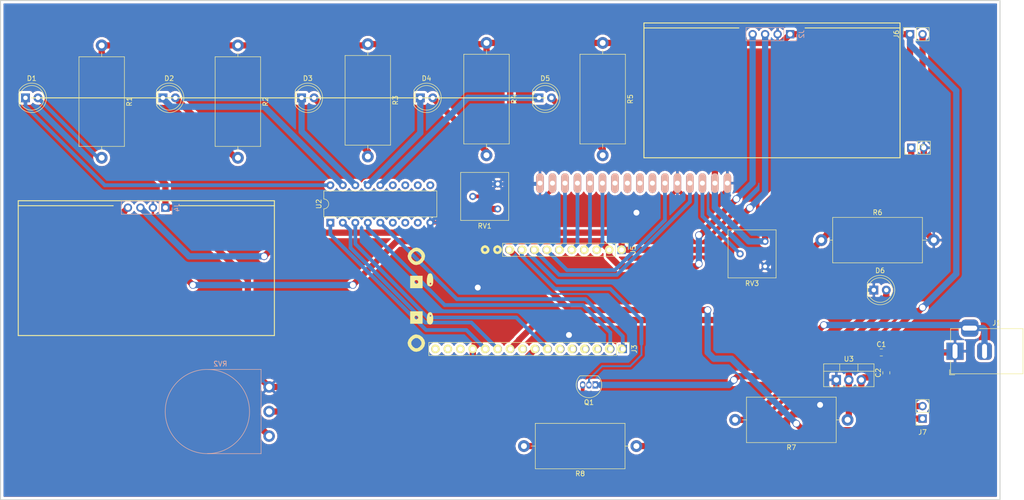
<source format=kicad_pcb>
(kicad_pcb (version 20171130) (host pcbnew "(5.0.1)-3")
  (layers (0 F.Cu signal) (31 B.Cu signal) (34 B.Paste user) (35 F.Paste user) (36 B.SilkS user) (37 F.SilkS user) (38 B.Mask user hide) (39 F.Mask user) (44 Edge.Cuts user))
  (net 0 "")
  (net 1 "Net-(D1-Pad1)")
  (net 2 "Net-(D1-Pad2)")
  (net 3 "Net-(D2-Pad1)")
  (net 4 "Net-(D2-Pad2)")
  (net 5 "Net-(D3-Pad2)")
  (net 6 "Net-(D3-Pad1)")
  (net 7 "Net-(D4-Pad1)")
  (net 8 "Net-(D4-Pad2)")
  (net 9 "Net-(D5-Pad2)")
  (net 10 "Net-(D5-Pad1)")
  (net 11 GND)
  (net 12 5V)
  (net 13 /SCL)
  (net 14 /SDA)
  (net 15 /GPIO21)
  (net 16 /RX)
  (net 17 "Net-(J3-Pad4)")
  (net 18 "Net-(J3-Pad5)")
  (net 19 "Net-(J3-Pad6)")
  (net 20 /GPIO36)
  (net 21 /GPI35)
  (net 22 /GPI39)
  (net 23 /GPI34)
  (net 24 /GPIO25)
  (net 25 /GPIO26)
  (net 26 "Net-(J3-Pad14)")
  (net 27 /RST)
  (net 28 /GPIO14)
  (net 29 /GPIO32)
  (net 30 /GPIO15)
  (net 31 /GPIO33)
  (net 32 /GPIO27)
  (net 33 /GPIO12)
  (net 34 /GPIO13)
  (net 35 "Net-(RV1-Pad2)")
  (net 36 "Net-(U1-Pad7)")
  (net 37 "Net-(U1-Pad8)")
  (net 38 "Net-(U1-Pad10)")
  (net 39 "Net-(U1-Pad9)")
  (net 40 "Net-(U2-Pad6)")
  (net 41 "Net-(U2-Pad7)")
  (net 42 "Net-(U2-Pad8)")
  (net 43 "Net-(U2-Pad10)")
  (net 44 "Net-(U2-Pad11)")
  (net 45 "Net-(U2-Pad12)")
  (net 46 "Net-(U2-Pad13)")
  (net 47 3.3V)
  (net 48 "Net-(J3-Pad15)")
  (net 49 "Net-(RV3-Pad2)")
  (net 50 /9V_OUT)
  (net 51 "Net-(D6-Pad2)")
  (net 52 9V)
  (net 53 /GPIO17)
  (net 54 "Net-(J8-Pad1)")
  (net 55 "Net-(Q1-Pad3)")
  (module Potentiometer_THT:Potentiometer_Omeg_PC16BU_Vertical (layer B.Cu) (at 72.39 106.426 180)
    (fp_text reference RV2 (at 9.915 14.7 180) (layer B.SilkS) (effects (justify mirror)))
    (fp_text value 10k)
    (pad 3 thru_hole circle (at 0 10 180) (size 2.34 2.34) (drill 1.3) (layers *.Cu *.Mask) (net 11 GND))
    (pad 2 thru_hole circle (at 0 5 180) (size 2.34 2.34) (drill 1.3) (layers *.Cu *.Mask) (net 21 /GPI35))
    (pad 1 thru_hole circle (at 0 0 180) (size 2.34 2.34) (drill 1.3) (layers *.Cu *.Mask) (net 47 3.3V))
  )
  (module Potentiometer_THT:Potentiometer_Bourns_3386F_Vertical (layer F.Cu) (at 173.228 66.802 180)
    (fp_text reference RV3 (at 2.655 -8.555 180) (layer F.SilkS))
    (fp_text value 10k)
    (pad 3 thru_hole circle (at 0 -5.08 180) (size 1.44 1.44) (drill 0.8) (layers *.Cu *.Mask) (net 11 GND))
    (pad 2 thru_hole circle (at 5.08 -2.54 180) (size 1.44 1.44) (drill 0.8) (layers *.Cu *.Mask) (net 49 "Net-(RV3-Pad2)"))
    (pad 1 thru_hole circle (at 0 0 180) (size 1.44 1.44) (drill 0.8) (layers *.Cu *.Mask) (net 47 3.3V))
  )
  (module LED_THT:LED_D5.0mm (layer F.Cu) (at 50.8 37.592)
    (fp_text reference D2 (at 1.27 -3.96) (layer F.SilkS))
    (fp_text value LED)
    (pad 1 thru_hole rect (at 0 0) (size 1.8 1.8) (drill 0.9) (layers *.Cu *.Mask) (net 3 "Net-(D2-Pad1)"))
    (pad 2 thru_hole circle (at 2.54 0) (size 1.8 1.8) (drill 0.9) (layers *.Cu *.Mask) (net 4 "Net-(D2-Pad2)"))
  )
  (module Connector_PinHeader_2.54mm:PinHeader_1x16_P2.54mm_Vertical (layer F.Cu) (at 144.29 88.7 270)
    (fp_text reference J3 (at 0 -2.33 270) (layer F.SilkS))
    (fp_text value Conn_01x16)
    (pad 1 thru_hole rect (at 0 0 270) (size 1.7 1.7) (drill 1) (layers *.Cu *.Mask) (net 15 /GPIO21))
    (pad 2 thru_hole oval (at 0 2.54 270) (size 1.7 1.7) (drill 1) (layers *.Cu *.Mask) (net 53 /GPIO17))
    (pad 3 thru_hole oval (at 0 5.08 270) (size 1.7 1.7) (drill 1) (layers *.Cu *.Mask) (net 16 /RX))
    (pad 4 thru_hole oval (at 0 7.62 270) (size 1.7 1.7) (drill 1) (layers *.Cu *.Mask) (net 17 "Net-(J3-Pad4)"))
    (pad 5 thru_hole oval (at 0 10.16 270) (size 1.7 1.7) (drill 1) (layers *.Cu *.Mask) (net 18 "Net-(J3-Pad5)"))
    (pad 6 thru_hole oval (at 0 12.7 270) (size 1.7 1.7) (drill 1) (layers *.Cu *.Mask) (net 19 "Net-(J3-Pad6)"))
    (pad 7 thru_hole oval (at 0 15.24 270) (size 1.7 1.7) (drill 1) (layers *.Cu *.Mask) (net 20 /GPIO36))
    (pad 8 thru_hole oval (at 0 17.78 270) (size 1.7 1.7) (drill 1) (layers *.Cu *.Mask) (net 21 /GPI35))
    (pad 9 thru_hole oval (at 0 20.32 270) (size 1.7 1.7) (drill 1) (layers *.Cu *.Mask) (net 22 /GPI39))
    (pad 10 thru_hole oval (at 0 22.86 270) (size 1.7 1.7) (drill 1) (layers *.Cu *.Mask) (net 23 /GPI34))
    (pad 11 thru_hole oval (at 0 25.4 270) (size 1.7 1.7) (drill 1) (layers *.Cu *.Mask) (net 24 /GPIO25))
    (pad 12 thru_hole oval (at 0 27.94 270) (size 1.7 1.7) (drill 1) (layers *.Cu *.Mask) (net 25 /GPIO26))
    (pad 13 thru_hole oval (at 0 30.48 270) (size 1.7 1.7) (drill 1) (layers *.Cu *.Mask) (net 11 GND))
    (pad 14 thru_hole oval (at 0 33.02 270) (size 1.7 1.7) (drill 1) (layers *.Cu *.Mask) (net 26 "Net-(J3-Pad14)"))
    (pad 15 thru_hole oval (at 0 35.56 270) (size 1.7 1.7) (drill 1) (layers *.Cu *.Mask) (net 48 "Net-(J3-Pad15)"))
    (pad 16 thru_hole oval (at 0 38.1 270) (size 1.7 1.7) (drill 1) (layers *.Cu *.Mask) (net 27 /RST))
  )
  (module Display:LCD-20x4 (layer B.Cu) (at 126.56 82.45 180)
    (fp_text reference U1)
    (fp_text value RC1602A)
    (pad "" smd oval (at 1.64084 27.50058 180) (size 1.50114 4.0005) (layers F.Cu F.Paste F.Mask))
    (pad 16 thru_hole oval (at -0.89916 27.50058 180) (size 1.50114 4.0005) (drill 1.00076) (layers *.Cu *.Mask B.SilkS) (net 11 GND))
    (pad 15 thru_hole oval (at -3.43916 27.50058 180) (size 1.50114 4.0005) (drill 1.00076) (layers *.Cu *.Mask B.SilkS) (net 35 "Net-(RV1-Pad2)"))
    (pad 14 thru_hole oval (at -5.97916 27.50058 180) (size 1.50114 4.0005) (drill 1.00076) (layers *.Cu *.Mask B.SilkS) (net 31 /GPIO33))
    (pad 13 thru_hole oval (at -8.51916 27.50058 180) (size 1.50114 4.0005) (drill 1.00076) (layers *.Cu *.Mask B.SilkS) (net 30 /GPIO15))
    (pad 12 thru_hole oval (at -11.05916 27.50058 180) (size 1.50114 4.0005) (drill 1.00076) (layers *.Cu *.Mask B.SilkS) (net 29 /GPIO32))
    (pad 11 thru_hole oval (at -13.59916 27.50058 180) (size 1.50114 4.0005) (drill 1.00076) (layers *.Cu *.Mask B.SilkS) (net 28 /GPIO14))
    (pad 10 thru_hole oval (at -16.13916 27.50058 180) (size 1.50114 4.0005) (drill 1.00076) (layers *.Cu *.Mask B.SilkS) (net 38 "Net-(U1-Pad10)"))
    (pad 9 thru_hole oval (at -18.67916 27.50058 180) (size 1.50114 4.0005) (drill 1.00076) (layers *.Cu *.Mask B.SilkS) (net 39 "Net-(U1-Pad9)"))
    (pad 8 thru_hole oval (at -21.21916 27.50058 180) (size 1.50114 4.0005) (drill 1.00076) (layers *.Cu *.Mask B.SilkS) (net 37 "Net-(U1-Pad8)"))
    (pad 7 thru_hole oval (at -23.75916 27.50058 180) (size 1.50114 4.0005) (drill 1.00076) (layers *.Cu *.Mask B.SilkS) (net 36 "Net-(U1-Pad7)"))
    (pad 6 thru_hole oval (at -26.29916 27.50058 180) (size 1.50114 4.0005) (drill 1.00076) (layers *.Cu *.Mask B.SilkS) (net 32 /GPIO27))
    (pad 5 thru_hole oval (at -28.83916 27.50058 180) (size 1.50114 4.0005) (drill 1.00076) (layers *.Cu *.Mask B.SilkS) (net 11 GND))
    (pad 4 thru_hole oval (at -31.37916 27.50058 180) (size 1.50114 4.0005) (drill 1.00076) (layers *.Cu *.Mask B.SilkS) (net 33 /GPIO12))
    (pad 3 thru_hole oval (at -33.91916 27.50058 180) (size 1.50114 4.0005) (drill 1.00076) (layers *.Cu *.Mask B.SilkS) (net 49 "Net-(RV3-Pad2)"))
    (pad 2 thru_hole oval (at -36.45916 27.50058 180) (size 1.50114 4.0005) (drill 1.00076) (layers *.Cu *.Mask B.SilkS) (net 47 3.3V))
    (pad 1 thru_hole oval (at -38.99916 27.50058 180) (size 1.50114 4.0005) (drill 1.00076) (layers *.Cu *.Mask B.SilkS) (net 11 GND))
  )
  (module LED_THT:LED_D5.0mm (layer F.Cu) (at 22.86 37.592)
    (fp_text reference D1 (at 1.27 -3.96) (layer F.SilkS))
    (fp_text value LED)
    (pad 1 thru_hole rect (at 0 0) (size 1.8 1.8) (drill 0.9) (layers *.Cu *.Mask) (net 1 "Net-(D1-Pad1)"))
    (pad 2 thru_hole circle (at 2.54 0) (size 1.8 1.8) (drill 0.9) (layers *.Cu *.Mask) (net 2 "Net-(D1-Pad2)"))
  )
  (module LED_THT:LED_D5.0mm (layer F.Cu) (at 78.994 37.592)
    (fp_text reference D3 (at 1.27 -3.96) (layer F.SilkS))
    (fp_text value LED)
    (pad 2 thru_hole circle (at 2.54 0) (size 1.8 1.8) (drill 0.9) (layers *.Cu *.Mask) (net 5 "Net-(D3-Pad2)"))
    (pad 1 thru_hole rect (at 0 0) (size 1.8 1.8) (drill 0.9) (layers *.Cu *.Mask) (net 6 "Net-(D3-Pad1)"))
  )
  (module LED_THT:LED_D5.0mm (layer F.Cu) (at 103.124 37.592)
    (fp_text reference D4 (at 1.27 -3.96) (layer F.SilkS))
    (fp_text value LED)
    (pad 1 thru_hole rect (at 0 0) (size 1.8 1.8) (drill 0.9) (layers *.Cu *.Mask) (net 7 "Net-(D4-Pad1)"))
    (pad 2 thru_hole circle (at 2.54 0) (size 1.8 1.8) (drill 0.9) (layers *.Cu *.Mask) (net 8 "Net-(D4-Pad2)"))
  )
  (module LED_THT:LED_D5.0mm (layer F.Cu) (at 127.254 37.592)
    (fp_text reference D5 (at 1.27 -3.96) (layer F.SilkS))
    (fp_text value LED)
    (pad 2 thru_hole circle (at 2.54 0) (size 1.8 1.8) (drill 0.9) (layers *.Cu *.Mask) (net 9 "Net-(D5-Pad2)"))
    (pad 1 thru_hole rect (at 0 0) (size 1.8 1.8) (drill 0.9) (layers *.Cu *.Mask) (net 10 "Net-(D5-Pad1)"))
  )
  (module Connector_PinHeader_2.54mm:PinHeader_1x04_P2.54mm_Vertical (layer B.Cu) (at 178.308 24.638 90)
    (fp_text reference J2 (at 0 2.33 90) (layer B.SilkS) (effects (justify mirror)))
    (fp_text value Conn_01x04)
    (pad 1 thru_hole rect (at 0 0 90) (size 1.7 1.7) (drill 1) (layers *.Cu *.Mask) (net 47 3.3V))
    (pad 2 thru_hole oval (at 0 -2.54 90) (size 1.7 1.7) (drill 1) (layers *.Cu *.Mask) (net 11 GND))
    (pad 3 thru_hole oval (at 0 -5.08 90) (size 1.7 1.7) (drill 1) (layers *.Cu *.Mask) (net 14 /SDA))
    (pad 4 thru_hole oval (at 0 -7.62 90) (size 1.7 1.7) (drill 1) (layers *.Cu *.Mask) (net 13 /SCL))
  )
  (module Connector_PinHeader_2.54mm:PinHeader_1x04_P2.54mm_Vertical (layer B.Cu) (at 51.308 59.944 90)
    (fp_text reference J4 (at 0 2.33 90) (layer B.SilkS) (effects (justify mirror)))
    (fp_text value Conn_01x04)
    (pad 1 thru_hole rect (at 0 0 90) (size 1.7 1.7) (drill 1) (layers *.Cu *.Mask) (net 47 3.3V))
    (pad 2 thru_hole oval (at 0 -2.54 90) (size 1.7 1.7) (drill 1) (layers *.Cu *.Mask) (net 11 GND))
    (pad 3 thru_hole oval (at 0 -5.08 90) (size 1.7 1.7) (drill 1) (layers *.Cu *.Mask) (net 14 /SDA))
    (pad 4 thru_hole oval (at 0 -7.62 90) (size 1.7 1.7) (drill 1) (layers *.Cu *.Mask) (net 13 /SCL))
  )
  (module Connector_PinHeader_2.54mm:PinHeader_1x10_P2.54mm_Vertical (layer F.Cu) (at 144.06 68.52 270)
    (fp_text reference J5 (at 0 -2.33 270) (layer F.SilkS))
    (fp_text value Conn_01x10)
    (pad 1 thru_hole rect (at 0 0 270) (size 1.7 1.7) (drill 1) (layers *.Cu *.Mask) (net 14 /SDA))
    (pad 2 thru_hole oval (at 0 2.54 270) (size 1.7 1.7) (drill 1) (layers *.Cu *.Mask) (net 13 /SCL))
    (pad 3 thru_hole oval (at 0 5.08 270) (size 1.7 1.7) (drill 1) (layers *.Cu *.Mask) (net 28 /GPIO14))
    (pad 4 thru_hole oval (at 0 7.62 270) (size 1.7 1.7) (drill 1) (layers *.Cu *.Mask) (net 29 /GPIO32))
    (pad 5 thru_hole oval (at 0 10.16 270) (size 1.7 1.7) (drill 1) (layers *.Cu *.Mask) (net 30 /GPIO15))
    (pad 6 thru_hole oval (at 0 12.7 270) (size 1.7 1.7) (drill 1) (layers *.Cu *.Mask) (net 31 /GPIO33))
    (pad 7 thru_hole oval (at 0 15.24 270) (size 1.7 1.7) (drill 1) (layers *.Cu *.Mask) (net 32 /GPIO27))
    (pad 8 thru_hole oval (at 0 17.78 270) (size 1.7 1.7) (drill 1) (layers *.Cu *.Mask) (net 33 /GPIO12))
    (pad 9 thru_hole oval (at 0 20.32 270) (size 1.7 1.7) (drill 1) (layers *.Cu *.Mask) (net 34 /GPIO13))
    (pad 10 thru_hole oval (at 0 22.86 270) (size 1.7 1.7) (drill 1) (layers *.Cu *.Mask) (net 12 5V))
  )
  (module Module:ESP32 (layer F.Cu) (at 124.62 86.92)
    (fp_text reference G*** hide)
    (fp_text value ESP32 hide)
  )
  (module Package_DIP:DIP-18_W7.62mm (layer F.Cu) (at 84.836 62.992 90)
    (fp_text reference U2 (at 3.81 -2.33 90) (layer F.SilkS))
    (fp_text value ULN2803A)
    (pad 1 thru_hole rect (at 0 0 90) (size 1.6 1.6) (drill 0.8) (layers *.Cu *.Mask) (net 25 /GPIO26))
    (pad 10 thru_hole oval (at 7.62 20.32 90) (size 1.6 1.6) (drill 0.8) (layers *.Cu *.Mask) (net 43 "Net-(U2-Pad10)"))
    (pad 2 thru_hole oval (at 0 2.54 90) (size 1.6 1.6) (drill 0.8) (layers *.Cu *.Mask) (net 24 /GPIO25))
    (pad 11 thru_hole oval (at 7.62 17.78 90) (size 1.6 1.6) (drill 0.8) (layers *.Cu *.Mask) (net 44 "Net-(U2-Pad11)"))
    (pad 3 thru_hole oval (at 0 5.08 90) (size 1.6 1.6) (drill 0.8) (layers *.Cu *.Mask) (net 20 /GPIO36))
    (pad 12 thru_hole oval (at 7.62 15.24 90) (size 1.6 1.6) (drill 0.8) (layers *.Cu *.Mask) (net 45 "Net-(U2-Pad12)"))
    (pad 4 thru_hole oval (at 0 7.62 90) (size 1.6 1.6) (drill 0.8) (layers *.Cu *.Mask) (net 53 /GPIO17))
    (pad 13 thru_hole oval (at 7.62 12.7 90) (size 1.6 1.6) (drill 0.8) (layers *.Cu *.Mask) (net 46 "Net-(U2-Pad13)"))
    (pad 5 thru_hole oval (at 0 10.16 90) (size 1.6 1.6) (drill 0.8) (layers *.Cu *.Mask) (net 15 /GPIO21))
    (pad 14 thru_hole oval (at 7.62 10.16 90) (size 1.6 1.6) (drill 0.8) (layers *.Cu *.Mask) (net 10 "Net-(D5-Pad1)"))
    (pad 6 thru_hole oval (at 0 12.7 90) (size 1.6 1.6) (drill 0.8) (layers *.Cu *.Mask) (net 40 "Net-(U2-Pad6)"))
    (pad 15 thru_hole oval (at 7.62 7.62 90) (size 1.6 1.6) (drill 0.8) (layers *.Cu *.Mask) (net 7 "Net-(D4-Pad1)"))
    (pad 7 thru_hole oval (at 0 15.24 90) (size 1.6 1.6) (drill 0.8) (layers *.Cu *.Mask) (net 41 "Net-(U2-Pad7)"))
    (pad 16 thru_hole oval (at 7.62 5.08 90) (size 1.6 1.6) (drill 0.8) (layers *.Cu *.Mask) (net 6 "Net-(D3-Pad1)"))
    (pad 8 thru_hole oval (at 0 17.78 90) (size 1.6 1.6) (drill 0.8) (layers *.Cu *.Mask) (net 42 "Net-(U2-Pad8)"))
    (pad 17 thru_hole oval (at 7.62 2.54 90) (size 1.6 1.6) (drill 0.8) (layers *.Cu *.Mask) (net 3 "Net-(D2-Pad1)"))
    (pad 9 thru_hole oval (at 0 20.32 90) (size 1.6 1.6) (drill 0.8) (layers *.Cu *.Mask) (net 11 GND))
    (pad 18 thru_hole oval (at 7.62 0 90) (size 1.6 1.6) (drill 0.8) (layers *.Cu *.Mask) (net 1 "Net-(D1-Pad1)"))
  )
  (module Capacitor_SMD:C_0805_2012Metric (layer F.Cu) (at 196.85 89.408)
    (fp_text reference C1 (at 0 -1.65) (layer F.SilkS))
    (fp_text value 10uF)
    (pad 1 smd roundrect (at -0.9375 0) (size 0.975 1.4) (layers F.Cu F.Paste F.Mask) (net 47 3.3V))
    (pad 2 smd roundrect (at 0.9375 0) (size 0.975 1.4) (layers F.Cu F.Paste F.Mask) (net 11 GND))
  )
  (module Capacitor_SMD:C_0805_2012Metric (layer F.Cu) (at 197.866 93.5505 90)
    (fp_text reference C2 (at 0 -1.65 90) (layer F.SilkS))
    (fp_text value 100nF)
    (pad 2 smd roundrect (at 0.9375 0 90) (size 0.975 1.4) (layers F.Cu F.Paste F.Mask) (net 11 GND))
    (pad 1 smd roundrect (at -0.9375 0 90) (size 0.975 1.4) (layers F.Cu F.Paste F.Mask) (net 50 /9V_OUT))
  )
  (module Potentiometer_THT:Potentiometer_Bourns_3386F_Vertical (layer F.Cu) (at 118.872 55.118 180)
    (fp_text reference RV1 (at 2.655 -8.555 180) (layer F.SilkS))
    (fp_text value 10k)
    (pad 3 thru_hole circle (at 0 -5.08 180) (size 1.44 1.44) (drill 0.8) (layers *.Cu *.Mask) (net 47 3.3V))
    (pad 2 thru_hole circle (at 5.08 -2.54 180) (size 1.44 1.44) (drill 0.8) (layers *.Cu *.Mask) (net 35 "Net-(RV1-Pad2)"))
    (pad 1 thru_hole circle (at 0 0 180) (size 1.44 1.44) (drill 0.8) (layers *.Cu *.Mask) (net 11 GND))
  )
  (module Package_TO_SOT_THT:TO-220-3_Vertical (layer F.Cu) (at 187.706 94.996)
    (fp_text reference U3 (at 2.54 -4.27) (layer F.SilkS))
    (fp_text value LD1117S33TR_SOT223)
    (pad 1 thru_hole rect (at 0 0) (size 1.905 2) (drill 1.1) (layers *.Cu *.Mask) (net 11 GND))
    (pad 2 thru_hole oval (at 2.54 0) (size 1.905 2) (drill 1.1) (layers *.Cu *.Mask) (net 47 3.3V))
    (pad 3 thru_hole oval (at 5.08 0) (size 1.905 2) (drill 1.1) (layers *.Cu *.Mask) (net 50 /9V_OUT))
  )
  (module Connector_PinSocket_2.54mm:PinSocket_1x02_P2.54mm_Vertical (layer F.Cu) (at 202.692 24.638 90)
    (fp_text reference J6 (at 0 -2.77 90) (layer F.SilkS))
    (fp_text value SW_ALARM)
    (pad 2 thru_hole oval (at 0 2.54 90) (size 1.7 1.7) (drill 1) (layers *.Cu *.Mask) (net 23 /GPI34))
    (pad 1 thru_hole rect (at 0 0 90) (size 1.7 1.7) (drill 1) (layers *.Cu *.Mask) (net 47 3.3V))
  )
  (module Connector_PinSocket_2.54mm:PinSocket_1x02_P2.54mm_Vertical (layer F.Cu) (at 205.232 102.87 180)
    (fp_text reference J7 (at 0 -2.77 180) (layer F.SilkS))
    (fp_text value SW_POWER)
    (pad 1 thru_hole rect (at 0 0 180) (size 1.7 1.7) (drill 1) (layers *.Cu *.Mask) (net 12 5V))
    (pad 2 thru_hole oval (at 0 2.54 180) (size 1.7 1.7) (drill 1) (layers *.Cu *.Mask) (net 50 /9V_OUT))
  )
  (module Connector_BarrelJack:BarrelJack_Horizontal (layer F.Cu) (at 211.836 89.154 180)
    (fp_text reference J1 (at -8.45 5.75 180) (layer F.SilkS))
    (fp_text value Barrel_Jack_Switch)
    (pad 1 thru_hole rect (at 0 0 180) (size 3.5 3.5) (drill oval 1 3) (layers *.Cu *.Mask) (net 11 GND))
    (pad 2 thru_hole roundrect (at -6 0 180) (size 3 3.5) (drill oval 1 3) (layers *.Cu *.Mask) (net 52 9V))
    (pad 3 thru_hole roundrect (at -3 4.7 180) (size 3.5 3.5) (drill oval 3 1) (layers *.Cu *.Mask) (net 52 9V))
  )
  (module LED_THT:LED_D5.0mm (layer F.Cu) (at 195.326 76.708)
    (fp_text reference D6 (at 1.27 -3.96) (layer F.SilkS))
    (fp_text value LED)
    (pad 1 thru_hole rect (at 0 0) (size 1.8 1.8) (drill 0.9) (layers *.Cu *.Mask) (net 11 GND))
    (pad 2 thru_hole circle (at 2.54 0) (size 1.8 1.8) (drill 0.9) (layers *.Cu *.Mask) (net 51 "Net-(D6-Pad2)"))
  )
  (module Connector_PinHeader_2.54mm:PinHeader_1x02_P2.54mm_Vertical (layer F.Cu) (at 202.946 47.752 90)
    (fp_text reference J8 (at 0.099 2.018 180) (layer F.SilkS))
    (fp_text value Buzzer)
    (pad 1 thru_hole rect (at 0 0 90) (size 1.7 1.7) (drill 1) (layers *.Cu *.Mask) (net 54 "Net-(J8-Pad1)"))
    (pad 2 thru_hole oval (at 0 2.54 90) (size 1.7 1.7) (drill 1) (layers *.Cu *.Mask) (net 11 GND))
  )
  (module Package_TO_SOT_THT:TO-92_Inline (layer F.Cu) (at 138.684 96.012 180)
    (fp_text reference Q1 (at 1.27 -3.56 180) (layer F.SilkS))
    (fp_text value BC548)
    (pad 1 thru_hole rect (at 0 0 180) (size 1.05 1.5) (drill 0.75) (layers *.Cu *.Mask) (net 52 9V))
    (pad 3 thru_hole oval (at 2.54 0 180) (size 1.05 1.5) (drill 0.75) (layers *.Cu *.Mask) (net 55 "Net-(Q1-Pad3)"))
    (pad 2 thru_hole oval (at 1.27 0 180) (size 1.05 1.5) (drill 0.75) (layers *.Cu *.Mask) (net 34 /GPIO13))
  )
  (module Resistor_THT:R_Axial_DIN0918_L18.0mm_D9.0mm_P22.86mm_Horizontal (layer F.Cu) (at 38.354 26.924 270)
    (fp_text reference R1 (at 11.43 -5.62 270) (layer F.SilkS))
    (fp_text value 330)
    (pad 1 thru_hole circle (at 0 0 270) (size 2.4 2.4) (drill 1.2) (layers *.Cu *.Mask) (net 47 3.3V))
    (pad 2 thru_hole oval (at 22.86 0 270) (size 2.4 2.4) (drill 1.2) (layers *.Cu *.Mask) (net 2 "Net-(D1-Pad2)"))
  )
  (module Resistor_THT:R_Axial_DIN0918_L18.0mm_D9.0mm_P22.86mm_Horizontal (layer F.Cu) (at 66.04 26.924 270)
    (fp_text reference R2 (at 11.43 -5.62 270) (layer F.SilkS))
    (fp_text value 330)
    (pad 2 thru_hole oval (at 22.86 0 270) (size 2.4 2.4) (drill 1.2) (layers *.Cu *.Mask) (net 4 "Net-(D2-Pad2)"))
    (pad 1 thru_hole circle (at 0 0 270) (size 2.4 2.4) (drill 1.2) (layers *.Cu *.Mask) (net 47 3.3V))
  )
  (module Resistor_THT:R_Axial_DIN0918_L18.0mm_D9.0mm_P22.86mm_Horizontal (layer F.Cu) (at 92.456 26.67 270)
    (fp_text reference R3 (at 11.43 -5.62 270) (layer F.SilkS))
    (fp_text value 330)
    (pad 2 thru_hole oval (at 22.86 0 270) (size 2.4 2.4) (drill 1.2) (layers *.Cu *.Mask) (net 5 "Net-(D3-Pad2)"))
    (pad 1 thru_hole circle (at 0 0 270) (size 2.4 2.4) (drill 1.2) (layers *.Cu *.Mask) (net 47 3.3V))
  )
  (module Resistor_THT:R_Axial_DIN0918_L18.0mm_D9.0mm_P22.86mm_Horizontal (layer F.Cu) (at 116.586 26.416 270)
    (fp_text reference R4 (at 11.43 -5.62 270) (layer F.SilkS))
    (fp_text value 330)
    (pad 2 thru_hole oval (at 22.86 0 270) (size 2.4 2.4) (drill 1.2) (layers *.Cu *.Mask) (net 8 "Net-(D4-Pad2)"))
    (pad 1 thru_hole circle (at 0 0 270) (size 2.4 2.4) (drill 1.2) (layers *.Cu *.Mask) (net 47 3.3V))
  )
  (module Resistor_THT:R_Axial_DIN0918_L18.0mm_D9.0mm_P22.86mm_Horizontal (layer F.Cu) (at 140.208 26.416 270)
    (fp_text reference R5 (at 11.43 -5.62 270) (layer F.SilkS))
    (fp_text value 330)
    (pad 1 thru_hole circle (at 0 0 270) (size 2.4 2.4) (drill 1.2) (layers *.Cu *.Mask) (net 47 3.3V))
    (pad 2 thru_hole oval (at 22.86 0 270) (size 2.4 2.4) (drill 1.2) (layers *.Cu *.Mask) (net 9 "Net-(D5-Pad2)"))
  )
  (module Resistor_THT:R_Axial_DIN0918_L18.0mm_D9.0mm_P22.86mm_Horizontal (layer F.Cu) (at 184.658 66.548)
    (fp_text reference R6 (at 11.43 -5.62) (layer F.SilkS))
    (fp_text value 1k)
    (pad 1 thru_hole circle (at 0 0) (size 2.4 2.4) (drill 1.2) (layers *.Cu *.Mask) (net 23 /GPI34))
    (pad 2 thru_hole oval (at 22.86 0) (size 2.4 2.4) (drill 1.2) (layers *.Cu *.Mask) (net 11 GND))
  )
  (module Resistor_THT:R_Axial_DIN0918_L18.0mm_D9.0mm_P22.86mm_Horizontal (layer F.Cu) (at 189.992 103.124 180)
    (fp_text reference R7 (at 11.43 -5.62 180) (layer F.SilkS))
    (fp_text value 330)
    (pad 2 thru_hole oval (at 22.86 0 180) (size 2.4 2.4) (drill 1.2) (layers *.Cu *.Mask) (net 51 "Net-(D6-Pad2)"))
    (pad 1 thru_hole circle (at 0 0 180) (size 2.4 2.4) (drill 1.2) (layers *.Cu *.Mask) (net 47 3.3V))
  )
  (module Resistor_THT:R_Axial_DIN0918_L18.0mm_D9.0mm_P22.86mm_Horizontal (layer F.Cu) (at 147.057 108.458 180)
    (fp_text reference R8 (at 11.43 -5.62 180) (layer F.SilkS))
    (fp_text value 1K)
    (pad 1 thru_hole circle (at 0 0 180) (size 2.4 2.4) (drill 1.2) (layers *.Cu *.Mask) (net 54 "Net-(J8-Pad1)"))
    (pad 2 thru_hole oval (at 22.86 0 180) (size 2.4 2.4) (drill 1.2) (layers *.Cu *.Mask) (net 55 "Net-(Q1-Pad3)"))
  )
  (gr_line (start 24.13 37.592) (end 52.07 37.592) (layer F.SilkS) (width 0.2))
  (gr_line (start 17.78 119.38) (end 17.78 17.78) (layer Edge.Cuts) (width 0.2))
  (gr_line (start 220.98 17.78) (end 17.78 17.78) (layer Edge.Cuts) (width 0.2))
  (gr_line (start 220.98 119.38) (end 220.98 17.78) (layer Edge.Cuts) (width 0.2))
  (gr_line (start 104.394 37.592) (end 128.524 37.592) (layer F.SilkS) (width 0.2))
  (gr_line (start 80.264 37.592) (end 104.394 37.592) (layer F.SilkS) (width 0.2))
  (gr_line (start 52.07 37.592) (end 80.264 37.592) (layer F.SilkS) (width 0.2))
  (gr_line (start 73.462 58.528) (end 73.462 85.96) (layer F.SilkS) (width 0.2))
  (gr_line (start 54.158 59.544) (end 73.462 59.544) (layer F.SilkS) (width 0.2))
  (gr_line (start 21.392 58.528) (end 73.462 58.528) (layer F.SilkS) (width 0.2))
  (gr_line (start 21.392 58.528) (end 21.392 85.96) (layer F.SilkS) (width 0.2))
  (gr_line (start 21.392 59.544) (end 40.696 59.544) (layer F.SilkS) (width 0.2))
  (gr_line (start 21.392 85.96) (end 73.462 85.96) (layer F.SilkS) (width 0.2))
  (gr_line (start 148.59 23.368) (end 167.894 23.368) (layer F.SilkS) (width 0.2))
  (gr_line (start 181.356 23.368) (end 200.66 23.368) (layer F.SilkS) (width 0.2))
  (gr_line (start 148.59 49.784) (end 200.66 49.784) (layer F.SilkS) (width 0.2))
  (gr_line (start 200.66 22.352) (end 200.66 49.784) (layer F.SilkS) (width 0.2))
  (gr_line (start 148.59 22.352) (end 148.59 49.784) (layer F.SilkS) (width 0.2))
  (gr_line (start 148.59 22.352) (end 200.66 22.352) (layer F.SilkS) (width 0.2))
  (gr_line (start 17.78 119.38) (end 220.98 119.38) (layer Edge.Cuts) (width 0.2))
  (segment (start 22.86 39.254) (end 22.86 37.592) (width 0.762) (layer B.Cu) (net 1))
  (segment (start 38.978 55.372) (end 22.86 39.254) (width 0.762) (layer B.Cu) (net 1))
  (segment (start 84.836 55.372) (end 38.978 55.372) (width 0.762) (layer B.Cu) (net 1))
  (segment (start 37.592 49.784) (end 38.354 49.784) (width 0.762) (layer B.Cu) (net 2))
  (segment (start 25.4 37.592) (end 37.592 49.784) (width 0.762) (layer B.Cu) (net 2))
  (segment (start 86.576001 54.572001) (end 87.376 55.372) (width 1.27) (layer B.Cu) (net 3))
  (segment (start 71.407201 39.403201) (end 86.576001 54.572001) (width 1.27) (layer B.Cu) (net 3))
  (segment (start 52.470623 39.403201) (end 71.407201 39.403201) (width 1.27) (layer B.Cu) (net 3))
  (segment (start 50.8 37.732578) (end 52.470623 39.403201) (width 1.27) (layer B.Cu) (net 3))
  (segment (start 50.8 37.592) (end 50.8 37.732578) (width 1.27) (layer B.Cu) (net 3))
  (segment (start 65.532 49.784) (end 66.04 49.784) (width 1.27) (layer F.Cu) (net 4))
  (segment (start 53.34 37.592) (end 65.532 49.784) (width 1.27) (layer F.Cu) (net 4))
  (segment (start 92.456 48.514) (end 92.456 49.53) (width 1.27) (layer F.Cu) (net 5))
  (segment (start 81.534 37.592) (end 92.456 48.514) (width 1.27) (layer F.Cu) (net 5))
  (segment (start 78.994 44.45) (end 89.916 55.372) (width 1.27) (layer B.Cu) (net 6))
  (segment (start 78.994 37.592) (end 78.994 44.45) (width 1.27) (layer B.Cu) (net 6))
  (segment (start 91.948 54.864) (end 92.456 55.372) (width 0.762) (layer B.Cu) (net 7))
  (segment (start 103.124 44.704) (end 92.456 55.372) (width 1.27) (layer B.Cu) (net 7))
  (segment (start 103.124 37.592) (end 103.124 44.704) (width 1.27) (layer B.Cu) (net 7))
  (segment (start 116.586 48.514) (end 116.586 49.276) (width 1.27) (layer F.Cu) (net 8))
  (segment (start 105.664 37.592) (end 116.586 48.514) (width 1.27) (layer F.Cu) (net 8))
  (segment (start 140.208 48.006) (end 140.208 49.276) (width 1.27) (layer F.Cu) (net 9))
  (segment (start 129.794 37.592) (end 140.208 48.006) (width 1.27) (layer F.Cu) (net 9))
  (segment (start 112.776 37.592) (end 94.996 55.372) (width 1.27) (layer B.Cu) (net 10))
  (segment (start 127.254 37.592) (end 112.776 37.592) (width 1.27) (layer B.Cu) (net 10))
  (segment (start 148.60626 62.992) (end 155.39916 56.1991) (width 0.762) (layer F.Cu) (net 11))
  (segment (start 105.156 62.992) (end 148.60626 62.992) (width 0.762) (layer F.Cu) (net 11))
  (segment (start 165.55916 56.1991) (end 165.55916 54.94942) (width 0.762) (layer F.Cu) (net 11))
  (segment (start 164.04659 57.71167) (end 165.55916 56.1991) (width 0.762) (layer F.Cu) (net 11))
  (segment (start 156.91173 57.71167) (end 164.04659 57.71167) (width 0.762) (layer F.Cu) (net 11))
  (segment (start 155.39916 56.1991) (end 156.91173 57.71167) (width 0.762) (layer F.Cu) (net 11))
  (segment (start 155.39916 54.94942) (end 155.39916 56.1991) (width 0.762) (layer F.Cu) (net 11))
  (segment (start 178.054 76.708) (end 187.452 76.708) (width 0.762) (layer B.Cu) (net 11))
  (segment (start 173.228 71.882) (end 178.054 76.708) (width 0.762) (layer B.Cu) (net 11))
  (segment (start 187.452 76.708) (end 195.326 76.708) (width 0.762) (layer B.Cu) (net 11))
  (segment (start 144.29 87.088) (end 144.29 88.7) (width 0.762) (layer B.Cu) (net 15))
  (segment (start 122.646 82.296) (end 129.05 88.7) (width 0.762) (layer B.Cu) (net 20))
  (segment (start 104.624854 82.296) (end 122.646 82.296) (width 0.762) (layer B.Cu) (net 20))
  (segment (start 89.916 62.992) (end 89.916 67.31) (width 0.762) (layer B.Cu) (net 20))
  (segment (start 89.916 67.31) (end 104.624854 82.296) (width 0.762) (layer B.Cu) (net 20))
  (segment (start 140.15916 67.34084) (end 138.98 68.52) (width 0.762) (layer B.Cu) (net 28))
  (segment (start 140.15916 54.94942) (end 140.15916 67.34084) (width 0.762) (layer B.Cu) (net 28))
  (segment (start 137.61916 67.34084) (end 136.44 68.52) (width 0.762) (layer B.Cu) (net 29))
  (segment (start 137.61916 54.94942) (end 137.61916 67.34084) (width 0.762) (layer B.Cu) (net 29))
  (segment (start 135.07916 67.34084) (end 133.9 68.52) (width 0.762) (layer B.Cu) (net 30))
  (segment (start 135.07916 54.94942) (end 135.07916 67.34084) (width 0.762) (layer B.Cu) (net 30))
  (segment (start 132.53916 67.34084) (end 131.36 68.52) (width 0.762) (layer B.Cu) (net 31))
  (segment (start 132.53916 54.94942) (end 132.53916 67.34084) (width 0.762) (layer B.Cu) (net 31))
  (segment (start 152.85916 57.71167) (end 152.85916 54.94942) (width 0.762) (layer B.Cu) (net 32))
  (segment (start 152.85916 62.466642) (end 152.85916 57.71167) (width 0.762) (layer B.Cu) (net 32))
  (segment (start 142.681802 72.644) (end 152.85916 62.466642) (width 0.762) (layer B.Cu) (net 32))
  (segment (start 132.944 72.644) (end 142.681802 72.644) (width 0.762) (layer B.Cu) (net 32))
  (segment (start 128.82 68.52) (end 132.944 72.644) (width 0.762) (layer B.Cu) (net 32))
  (segment (start 123.74 69.722081) (end 130.471919 76.454) (width 0.762) (layer B.Cu) (net 34))
  (segment (start 123.74 68.52) (end 123.74 69.722081) (width 0.762) (layer B.Cu) (net 34))
  (segment (start 130.471919 76.454) (end 141.732 76.454) (width 0.762) (layer B.Cu) (net 34))
  (segment (start 141.732 76.454) (end 148.082 82.804) (width 0.762) (layer B.Cu) (net 34))
  (segment (start 148.082 82.804) (end 148.082 87.653802) (width 0.762) (layer B.Cu) (net 34))
  (segment (start 129.99916 56.1991) (end 129.99916 54.94942) (width 0.762) (layer F.Cu) (net 35))
  (segment (start 128.54026 57.658) (end 129.99916 56.1991) (width 0.762) (layer F.Cu) (net 35))
  (segment (start 113.792 57.658) (end 128.54026 57.658) (width 0.762) (layer F.Cu) (net 35))
  (segment (start 173.228 66.40794) (end 173.228 66.802) (width 0.762) (layer B.Cu) (net 47))
  (segment (start 163.01916 54.94942) (end 163.01916 56.1991) (width 0.762) (layer B.Cu) (net 47))
  (segment (start 127.29058 55.118) (end 127.45916 54.94942) (width 0.762) (layer B.Cu) (net 11))
  (segment (start 118.872 55.118) (end 127.29058 55.118) (width 0.762) (layer B.Cu) (net 11))
  (segment (start 113.03 55.118) (end 105.156 62.992) (width 0.762) (layer B.Cu) (net 11))
  (segment (start 118.872 55.118) (end 113.03 55.118) (width 0.762) (layer B.Cu) (net 11))
  (segment (start 105.156 64.12337) (end 115.316 74.28337) (width 1.27) (layer B.Cu) (net 11))
  (segment (start 105.156 62.992) (end 105.156 64.12337) (width 1.27) (layer B.Cu) (net 11))
  (via (at 114.808 76.2) (size 1.5) (drill 1.2) (layers F.Cu B.Cu) (net 11))
  (segment (start 115.316 87.194) (end 113.81 88.7) (width 1.27) (layer F.Cu) (net 11))
  (segment (start 115.316 77.216) (end 115.316 87.194) (width 1.27) (layer F.Cu) (net 11))
  (segment (start 195.326 76.708) (end 195.326 77.059) (width 1.27) (layer F.Cu) (net 11))
  (segment (start 197.7875 92.5345) (end 197.866 92.613) (width 1.27) (layer F.Cu) (net 11))
  (segment (start 197.7875 89.408) (end 197.7875 92.5345) (width 1.27) (layer F.Cu) (net 11))
  (segment (start 211.582 89.408) (end 211.836 89.154) (width 1.27) (layer F.Cu) (net 11))
  (segment (start 197.7875 89.408) (end 211.582 89.408) (width 1.27) (layer F.Cu) (net 11))
  (via (at 184.404 100.076) (size 1.5) (drill 1.2) (layers F.Cu B.Cu) (net 11))
  (segment (start 187.706 94.996) (end 187.706 96.774) (width 1.27) (layer F.Cu) (net 11))
  (segment (start 187.706 96.774) (end 184.404 100.076) (width 1.27) (layer F.Cu) (net 11))
  (segment (start 174.808401 70.301599) (end 173.947999 71.162001) (width 1.27) (layer B.Cu) (net 11))
  (segment (start 173.947999 71.162001) (end 173.228 71.882) (width 1.27) (layer B.Cu) (net 11))
  (segment (start 174.808401 66.043407) (end 174.808401 70.301599) (width 1.27) (layer B.Cu) (net 11))
  (segment (start 173.931524 65.16653) (end 174.808401 66.043407) (width 1.27) (layer B.Cu) (net 11))
  (segment (start 172.003136 65.16653) (end 173.931524 65.16653) (width 1.27) (layer B.Cu) (net 11))
  (segment (start 165.55916 58.722554) (end 172.003136 65.16653) (width 1.27) (layer B.Cu) (net 11))
  (segment (start 165.55916 54.94942) (end 165.55916 58.722554) (width 1.27) (layer B.Cu) (net 11))
  (segment (start 71.12 95.156) (end 72.39 96.426) (width 1.27) (layer F.Cu) (net 11))
  (segment (start 71.12 81.876) (end 71.12 95.156) (width 1.27) (layer F.Cu) (net 11))
  (segment (start 110.33 96.426) (end 72.39 96.426) (width 1.27) (layer F.Cu) (net 11))
  (segment (start 113.81 88.7) (end 113.81 92.946) (width 1.27) (layer F.Cu) (net 11))
  (segment (start 113.81 92.946) (end 110.33 96.426) (width 1.27) (layer F.Cu) (net 11))
  (segment (start 205.486 64.516) (end 207.518 66.548) (width 1.27) (layer F.Cu) (net 11))
  (segment (start 205.486 47.752) (end 205.486 64.516) (width 1.27) (layer F.Cu) (net 11))
  (via (at 147.066 60.96) (size 1.5) (drill 1.2) (layers F.Cu B.Cu) (net 11))
  (via (at 133.35 85.852) (size 1.5) (drill 1.2) (layers F.Cu B.Cu) (net 11))
  (via (at 179.578 103.886) (size 1.5) (drill 1.2) (layers F.Cu B.Cu) (net 12))
  (segment (start 180.927201 105.235201) (end 179.578 103.886) (width 1.27) (layer F.Cu) (net 12))
  (segment (start 200.746799 105.235201) (end 180.927201 105.235201) (width 1.27) (layer F.Cu) (net 12))
  (segment (start 205.232 102.87) (end 203.112 102.87) (width 1.27) (layer F.Cu) (net 12))
  (segment (start 203.112 102.87) (end 200.746799 105.235201) (width 1.27) (layer F.Cu) (net 12))
  (segment (start 179.578 103.886) (end 166.37 90.678) (width 1.27) (layer B.Cu) (net 12))
  (segment (start 166.37 90.678) (end 162.814 90.678) (width 1.27) (layer B.Cu) (net 12))
  (segment (start 121.2 68.52) (end 133.452 80.772) (width 1.27) (layer F.Cu) (net 12))
  (via (at 161.544 80.772) (size 1.5) (drill 1.2) (layers F.Cu B.Cu) (net 12))
  (segment (start 133.452 80.772) (end 161.544 80.772) (width 1.27) (layer F.Cu) (net 12))
  (segment (start 161.544 89.408) (end 162.814 90.678) (width 1.27) (layer B.Cu) (net 12))
  (segment (start 161.544 80.772) (end 161.544 89.408) (width 1.27) (layer B.Cu) (net 12))
  (segment (start 140.670001 67.670001) (end 141.52 68.52) (width 1.27) (layer F.Cu) (net 13))
  (segment (start 139.758799 66.758799) (end 140.670001 67.670001) (width 1.27) (layer F.Cu) (net 13))
  (segment (start 98.341201 66.758799) (end 139.758799 66.758799) (width 1.27) (layer F.Cu) (net 13))
  (segment (start 89.408 75.692) (end 89.408 75.692) (width 1.27) (layer F.Cu) (net 13))
  (via (at 56.896 75.692) (size 1.5) (drill 1.2) (layers F.Cu B.Cu) (net 13))
  (segment (start 42.838001 60.793999) (end 43.688 59.944) (width 1.27) (layer F.Cu) (net 13))
  (segment (start 42.838001 61.380001) (end 42.838001 60.793999) (width 1.27) (layer F.Cu) (net 13))
  (segment (start 56.896 75.692) (end 42.838001 61.380001) (width 1.27) (layer F.Cu) (net 13))
  (segment (start 56.896 75.692) (end 89.408 75.692) (width 1.27) (layer B.Cu) (net 13))
  (segment (start 89.408 75.692) (end 98.341201 66.758799) (width 1.27) (layer F.Cu) (net 13))
  (via (at 89.408 75.692) (size 1.5) (drill 1.2) (layers F.Cu B.Cu) (net 13))
  (segment (start 141.52 69.722081) (end 143.679919 71.882) (width 1.27) (layer F.Cu) (net 13))
  (segment (start 141.52 68.52) (end 141.52 69.722081) (width 1.27) (layer F.Cu) (net 13))
  (via (at 159.766 71.374) (size 1.5) (drill 1.2) (layers F.Cu B.Cu) (net 13))
  (segment (start 143.679919 71.882) (end 159.258 71.882) (width 1.27) (layer F.Cu) (net 13))
  (segment (start 159.258 71.882) (end 159.766 71.374) (width 1.27) (layer F.Cu) (net 13))
  (segment (start 159.766 71.374) (end 159.766 70.31334) (width 1.27) (layer B.Cu) (net 13))
  (via (at 159.766 65.532) (size 1.5) (drill 1.2) (layers F.Cu B.Cu) (net 13))
  (segment (start 159.766 70.31334) (end 159.766 65.532) (width 1.27) (layer B.Cu) (net 13))
  (via (at 167.386 58.166) (size 1.5) (drill 1.2) (layers F.Cu B.Cu) (net 13))
  (segment (start 159.766 65.532) (end 160.02 65.532) (width 1.27) (layer F.Cu) (net 13))
  (segment (start 160.02 65.532) (end 167.386 58.166) (width 1.27) (layer F.Cu) (net 13))
  (segment (start 170.688 54.864) (end 170.688 24.638) (width 1.27) (layer B.Cu) (net 13))
  (segment (start 167.386 58.166) (end 170.688 54.864) (width 1.27) (layer B.Cu) (net 13))
  (segment (start 173.228 24.638) (end 173.228 35.814) (width 1.27) (layer B.Cu) (net 14))
  (segment (start 46.228 59.944) (end 56.134 69.85) (width 1.27) (layer B.Cu) (net 14))
  (segment (start 56.134 69.85) (end 71.374 69.85) (width 1.27) (layer B.Cu) (net 14))
  (via (at 71.374 69.85) (size 1.5) (drill 1.2) (layers F.Cu B.Cu) (net 14))
  (segment (start 71.374 69.85) (end 76.2 65.024) (width 1.27) (layer F.Cu) (net 14))
  (segment (start 144.06 66.4) (end 144.06 68.52) (width 1.27) (layer F.Cu) (net 14))
  (segment (start 142.684 65.024) (end 144.06 66.4) (width 1.27) (layer F.Cu) (net 14))
  (segment (start 76.2 65.024) (end 142.684 65.024) (width 1.27) (layer F.Cu) (net 14))
  (via (at 170.128114 59.995886) (size 1.5) (drill 1.2) (layers F.Cu B.Cu) (net 14))
  (segment (start 173.228 35.814) (end 173.228 56.896) (width 1.27) (layer B.Cu) (net 14))
  (segment (start 173.228 56.896) (end 170.128114 59.995886) (width 1.27) (layer B.Cu) (net 14))
  (segment (start 161.604 68.52) (end 170.128114 59.995886) (width 1.27) (layer F.Cu) (net 14))
  (segment (start 144.06 68.52) (end 161.604 68.52) (width 1.27) (layer F.Cu) (net 14))
  (segment (start 110.555221 78.551221) (end 136.717221 78.551221) (width 0.762) (layer B.Cu) (net 15))
  (segment (start 94.996 62.992) (end 110.555221 78.551221) (width 0.762) (layer B.Cu) (net 15))
  (segment (start 144.29 86.124) (end 144.29 87.088) (width 0.762) (layer B.Cu) (net 15))
  (segment (start 136.717221 78.551221) (end 144.29 86.124) (width 0.762) (layer B.Cu) (net 15))
  (segment (start 113.784 101.426) (end 72.39 101.426) (width 1.27) (layer F.Cu) (net 21))
  (segment (start 126.51 88.7) (end 113.784 101.426) (width 1.27) (layer F.Cu) (net 21))
  (segment (start 121.43 88.7) (end 123.191201 86.938799) (width 1.27) (layer F.Cu) (net 23))
  (segment (start 123.191201 86.938799) (end 123.191201 86.866799) (width 1.27) (layer F.Cu) (net 23))
  (segment (start 123.191201 86.866799) (end 127.254 82.804) (width 1.27) (layer F.Cu) (net 23))
  (segment (start 168.402 82.804) (end 184.658 66.548) (width 1.27) (layer F.Cu) (net 23))
  (segment (start 127.254 82.804) (end 168.402 82.804) (width 1.27) (layer F.Cu) (net 23))
  (segment (start 205.232 32.004) (end 205.232 24.638) (width 1.27) (layer F.Cu) (net 23))
  (segment (start 185.857999 51.378001) (end 205.232 32.004) (width 1.27) (layer F.Cu) (net 23))
  (segment (start 185.857999 65.348001) (end 185.857999 51.378001) (width 1.27) (layer F.Cu) (net 23))
  (segment (start 184.658 66.548) (end 185.857999 65.348001) (width 1.27) (layer F.Cu) (net 23))
  (segment (start 88.94977 68.12177) (end 104.14 83.312) (width 0.762) (layer B.Cu) (net 24))
  (segment (start 87.376 62.992) (end 88.94977 64.56577) (width 0.762) (layer B.Cu) (net 24))
  (segment (start 88.94977 64.56577) (end 88.94977 68.12177) (width 0.762) (layer B.Cu) (net 24))
  (segment (start 113.502 83.312) (end 118.89 88.7) (width 0.762) (layer B.Cu) (net 24))
  (segment (start 104.14 83.312) (end 113.502 83.312) (width 0.762) (layer B.Cu) (net 24))
  (segment (start 84.836 65.374454) (end 104.297546 84.836) (width 0.762) (layer B.Cu) (net 25))
  (segment (start 84.836 62.992) (end 84.836 65.374454) (width 0.762) (layer B.Cu) (net 25))
  (segment (start 112.486 84.836) (end 116.35 88.7) (width 0.762) (layer B.Cu) (net 25))
  (segment (start 104.297546 84.836) (end 112.486 84.836) (width 0.762) (layer B.Cu) (net 25))
  (segment (start 127.129999 69.369999) (end 126.28 68.52) (width 0.762) (layer B.Cu) (net 33))
  (segment (start 131.37023 73.61023) (end 127.129999 69.369999) (width 0.762) (layer B.Cu) (net 33))
  (segment (start 143.082027 73.61023) (end 131.37023 73.61023) (width 0.762) (layer B.Cu) (net 33))
  (segment (start 157.93916 58.753096) (end 143.082027 73.61023) (width 0.762) (layer B.Cu) (net 33))
  (segment (start 157.93916 54.94942) (end 157.93916 58.753096) (width 0.762) (layer B.Cu) (net 33))
  (segment (start 137.414 94.881) (end 140.093 92.202) (width 0.381) (layer B.Cu) (net 34))
  (segment (start 137.414 96.012) (end 137.414 94.881) (width 0.381) (layer B.Cu) (net 34))
  (segment (start 140.093 92.202) (end 145.796 92.202) (width 0.381) (layer B.Cu) (net 34))
  (segment (start 148.082 89.916) (end 148.082 87.653802) (width 0.381) (layer B.Cu) (net 34))
  (segment (start 145.796 92.202) (end 148.082 89.916) (width 0.381) (layer B.Cu) (net 34))
  (segment (start 92.202 26.924) (end 92.456 26.67) (width 1.27) (layer F.Cu) (net 47))
  (segment (start 66.04 26.924) (end 92.202 26.924) (width 1.27) (layer F.Cu) (net 47))
  (segment (start 116.332 26.67) (end 116.586 26.416) (width 1.27) (layer F.Cu) (net 47))
  (segment (start 92.456 26.67) (end 116.332 26.67) (width 1.27) (layer F.Cu) (net 47))
  (segment (start 118.283056 26.416) (end 140.208 26.416) (width 1.27) (layer F.Cu) (net 47))
  (segment (start 116.586 26.416) (end 118.283056 26.416) (width 1.27) (layer F.Cu) (net 47))
  (segment (start 38.354 26.924) (end 66.04 26.924) (width 1.27) (layer F.Cu) (net 47))
  (segment (start 112.014 60.198) (end 118.872 60.198) (width 1.27) (layer F.Cu) (net 47))
  (segment (start 110.744 58.928) (end 112.014 60.198) (width 1.27) (layer F.Cu) (net 47))
  (segment (start 110.744 56.642) (end 110.744 58.928) (width 1.27) (layer F.Cu) (net 47))
  (segment (start 116.586 28.113056) (end 121.412 32.939056) (width 1.27) (layer F.Cu) (net 47))
  (segment (start 116.586 26.416) (end 116.586 28.113056) (width 1.27) (layer F.Cu) (net 47))
  (segment (start 121.412 32.939056) (end 121.412 49.276) (width 1.27) (layer F.Cu) (net 47))
  (segment (start 121.412 49.276) (end 117.094 53.594) (width 1.27) (layer F.Cu) (net 47))
  (segment (start 117.094 53.594) (end 113.792 53.594) (width 1.27) (layer F.Cu) (net 47))
  (segment (start 113.792 53.594) (end 110.744 56.642) (width 1.27) (layer F.Cu) (net 47))
  (segment (start 161.29 26.416) (end 140.208 26.416) (width 1.27) (layer F.Cu) (net 47))
  (segment (start 163.01916 54.94942) (end 163.01916 28.14516) (width 1.27) (layer F.Cu) (net 47))
  (segment (start 163.01916 28.14516) (end 161.29 26.416) (width 1.27) (layer F.Cu) (net 47))
  (segment (start 190.246 94.852817) (end 190.246 94.996) (width 1.27) (layer F.Cu) (net 47))
  (segment (start 190.246 92.726) (end 190.246 94.996) (width 1.27) (layer F.Cu) (net 47))
  (segment (start 193.564 89.408) (end 190.246 92.726) (width 1.27) (layer F.Cu) (net 47))
  (segment (start 195.9125 89.408) (end 193.564 89.408) (width 1.27) (layer F.Cu) (net 47))
  (segment (start 190.246 102.87) (end 189.992 103.124) (width 1.27) (layer F.Cu) (net 47))
  (segment (start 190.246 94.996) (end 190.246 102.87) (width 1.27) (layer F.Cu) (net 47))
  (segment (start 163.01916 54.94942) (end 163.01916 59.89516) (width 1.27) (layer B.Cu) (net 47))
  (segment (start 169.926 66.802) (end 173.228 66.802) (width 1.27) (layer B.Cu) (net 47))
  (segment (start 163.01916 59.89516) (end 169.926 66.802) (width 1.27) (layer B.Cu) (net 47))
  (segment (start 173.228 65.783767) (end 173.228 66.802) (width 1.27) (layer F.Cu) (net 47))
  (segment (start 173.228 59.279394) (end 173.228 65.783767) (width 1.27) (layer F.Cu) (net 47))
  (segment (start 202.692 29.815394) (end 173.228 59.279394) (width 1.27) (layer F.Cu) (net 47))
  (segment (start 202.692 24.638) (end 202.692 29.815394) (width 1.27) (layer F.Cu) (net 47))
  (segment (start 202.692 26.758) (end 212.09 36.156) (width 1.27) (layer B.Cu) (net 47))
  (segment (start 202.692 24.638) (end 202.692 26.758) (width 1.27) (layer B.Cu) (net 47))
  (via (at 205.232 80.264) (size 1.5) (drill 1.2) (layers F.Cu B.Cu) (net 47))
  (segment (start 212.09 36.156) (end 212.09 73.406) (width 1.27) (layer B.Cu) (net 47))
  (segment (start 212.09 73.406) (end 205.232 80.264) (width 1.27) (layer B.Cu) (net 47))
  (segment (start 195.9125 88.608) (end 195.9125 89.408) (width 1.27) (layer F.Cu) (net 47))
  (segment (start 203.506501 81.013999) (end 195.9125 88.608) (width 1.27) (layer F.Cu) (net 47))
  (segment (start 204.482001 81.013999) (end 203.506501 81.013999) (width 1.27) (layer F.Cu) (net 47))
  (segment (start 205.232 80.264) (end 204.482001 81.013999) (width 1.27) (layer F.Cu) (net 47))
  (segment (start 68.072 102.108) (end 72.39 106.426) (width 1.27) (layer F.Cu) (net 47))
  (segment (start 68.072 74.588) (end 68.072 102.108) (width 1.27) (layer F.Cu) (net 47))
  (segment (start 53.428 59.944) (end 68.072 74.588) (width 1.27) (layer F.Cu) (net 47))
  (segment (start 51.308 59.944) (end 53.428 59.944) (width 1.27) (layer F.Cu) (net 47))
  (segment (start 51.308 55.118) (end 51.308 59.944) (width 1.27) (layer F.Cu) (net 47))
  (segment (start 45.466 49.276) (end 51.308 55.118) (width 1.27) (layer F.Cu) (net 47))
  (segment (start 45.466 35.733056) (end 45.466 49.276) (width 1.27) (layer F.Cu) (net 47))
  (segment (start 38.354 26.924) (end 38.354 28.621056) (width 1.27) (layer F.Cu) (net 47))
  (segment (start 38.354 28.621056) (end 45.466 35.733056) (width 1.27) (layer F.Cu) (net 47))
  (segment (start 200.572 24.638) (end 178.308 24.638) (width 1.27) (layer F.Cu) (net 47))
  (segment (start 202.692 24.638) (end 200.572 24.638) (width 1.27) (layer F.Cu) (net 47))
  (segment (start 176.546799 26.399201) (end 178.308 24.638) (width 1.27) (layer F.Cu) (net 47))
  (segment (start 161.29 26.416) (end 161.306799 26.399201) (width 1.27) (layer F.Cu) (net 47))
  (segment (start 161.306799 26.399201) (end 176.546799 26.399201) (width 1.27) (layer F.Cu) (net 47))
  (segment (start 160.47916 61.67316) (end 168.148 69.342) (width 0.762) (layer B.Cu) (net 49))
  (segment (start 160.47916 54.94942) (end 160.47916 61.67316) (width 0.762) (layer B.Cu) (net 49))
  (segment (start 193.294 94.488) (end 192.786 94.996) (width 1.27) (layer F.Cu) (net 50))
  (segment (start 197.866 94.488) (end 193.294 94.488) (width 1.27) (layer F.Cu) (net 50))
  (segment (start 194.31 100.33) (end 205.232 100.33) (width 1.27) (layer F.Cu) (net 50))
  (segment (start 192.786 94.996) (end 192.786 98.806) (width 1.27) (layer F.Cu) (net 50))
  (segment (start 192.786 98.806) (end 194.31 100.33) (width 1.27) (layer F.Cu) (net 50))
  (segment (start 168.829056 103.124) (end 167.132 103.124) (width 1.27) (layer F.Cu) (net 51))
  (segment (start 170.18 103.124) (end 168.829056 103.124) (width 1.27) (layer F.Cu) (net 51))
  (segment (start 197.866 76.708) (end 197.866 77.980792) (width 1.27) (layer F.Cu) (net 51))
  (segment (start 197.866 77.980792) (end 170.18 103.124) (width 1.27) (layer F.Cu) (net 51))
  (segment (start 214.836 84.454) (end 217.55 84.454) (width 1.27) (layer B.Cu) (net 52))
  (segment (start 217.836 84.74) (end 217.836 89.154) (width 1.27) (layer B.Cu) (net 52))
  (segment (start 217.55 84.454) (end 217.836 84.74) (width 1.27) (layer B.Cu) (net 52))
  (via (at 166.878 94.996) (size 1.5) (drill 1.2) (layers F.Cu B.Cu) (net 52))
  (via (at 185.166 83.82) (size 1.5) (drill 1.2) (layers F.Cu B.Cu) (net 52))
  (segment (start 138.684 96.012) (end 139.7 96.012) (width 0.381) (layer B.Cu) (net 52))
  (segment (start 165.862 96.012) (end 166.878 94.996) (width 1.27) (layer B.Cu) (net 52))
  (segment (start 139.7 96.012) (end 165.862 96.012) (width 1.27) (layer B.Cu) (net 52))
  (segment (start 184.416001 84.569999) (end 185.166 83.82) (width 1.27) (layer F.Cu) (net 52))
  (segment (start 174.739999 94.246001) (end 184.416001 84.569999) (width 1.27) (layer F.Cu) (net 52))
  (segment (start 167.627999 94.246001) (end 174.739999 94.246001) (width 1.27) (layer F.Cu) (net 52))
  (segment (start 166.878 94.996) (end 167.627999 94.246001) (width 1.27) (layer F.Cu) (net 52))
  (segment (start 214.202 83.82) (end 214.836 84.454) (width 1.27) (layer B.Cu) (net 52))
  (segment (start 185.166 83.82) (end 214.202 83.82) (width 1.27) (layer B.Cu) (net 52))
  (segment (start 92.456 64.12337) (end 108.08863 79.756) (width 0.762) (layer B.Cu) (net 53))
  (segment (start 92.456 62.992) (end 92.456 64.12337) (width 0.762) (layer B.Cu) (net 53))
  (segment (start 108.08863 79.756) (end 136.144 79.756) (width 0.762) (layer B.Cu) (net 53))
  (segment (start 141.75 85.362) (end 141.75 88.7) (width 0.762) (layer B.Cu) (net 53))
  (segment (start 136.144 79.756) (end 141.75 85.362) (width 0.762) (layer B.Cu) (net 53))
  (segment (start 168.796578 108.458) (end 147.324208 108.458) (width 1.27) (layer F.Cu) (net 54))
  (segment (start 202.946 47.752) (end 202.692 78.232) (width 1.27) (layer F.Cu) (net 54))
  (segment (start 202.692 78.232) (end 168.796578 108.458) (width 1.27) (layer F.Cu) (net 54))
  (segment (start 136.144 96.012) (end 136.144 98.57) (width 0.762) (layer F.Cu) (net 55))
  (segment (start 136.144 98.57) (end 136.144 102.362) (width 1.27) (layer F.Cu) (net 55))
  (segment (start 130.048 108.458) (end 124.197 108.458) (width 1.27) (layer F.Cu) (net 55))
  (segment (start 136.144 102.362) (end 130.048 108.458) (width 1.27) (layer F.Cu) (net 55))
  (zone (net 11) (net_name GND) (layer F.Cu) (connect_pads (clearance 0.508)) (min_thickness 0.254) (fill yes (arc_segments 16) (thermal_gap 0.508) (thermal_bridge_width 0.508))
    (polygon (pts (xy 18.034 18.034) (xy 220.726 18.034) (xy 220.726 119.126) (xy 18.034 119.126)))
  )
  (zone (net 11) (net_name GND) (layer B.Cu) (connect_pads (clearance 0.508)) (min_thickness 0.254) (fill yes (arc_segments 16) (thermal_gap 0.508) (thermal_bridge_width 0.508))
    (polygon (pts (xy 18.034 18.034) (xy 220.726 18.034) (xy 220.726 119.126) (xy 18.034 119.126)))
  )
)
</source>
